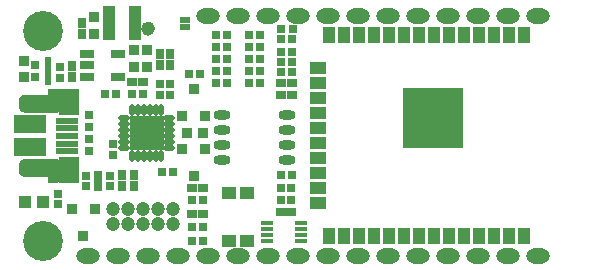
<source format=gts>
G04 Layer_Color=8388736*
%FSLAX24Y24*%
%MOIN*%
G70*
G01*
G75*
%ADD38C,0.0240*%
%ADD60R,0.0277X0.0316*%
%ADD61R,0.0395X0.0178*%
%ADD62R,0.0336X0.0208*%
%ADD63R,0.0395X0.0395*%
%ADD64R,0.0237X0.0454*%
%ADD65R,0.0769X0.0237*%
%ADD66R,0.1064X0.0641*%
%ADD67R,0.0395X0.1143*%
%ADD68C,0.0159*%
%ADD69R,0.0474X0.0434*%
%ADD70R,0.0493X0.0316*%
%ADD71R,0.2049X0.2049*%
%ADD72R,0.0552X0.0434*%
%ADD73R,0.0434X0.0552*%
%ADD74R,0.0380X0.0380*%
%ADD75R,0.0293X0.0332*%
%ADD76R,0.0356X0.0356*%
%ADD77O,0.0572X0.0316*%
%ADD78O,0.0395X0.0178*%
%ADD79O,0.0178X0.0395*%
%ADD80R,0.1135X0.1135*%
%ADD81R,0.0297X0.0297*%
%ADD82R,0.0332X0.0293*%
%ADD83R,0.0380X0.0380*%
%ADD84R,0.0316X0.0277*%
%ADD85R,0.0297X0.0297*%
%ADD86R,0.0655X0.0867*%
%ADD87O,0.0789X0.0513*%
%ADD88C,0.0474*%
%ADD89O,0.0749X0.0552*%
%ADD90O,0.0631X0.0474*%
%ADD91C,0.0013*%
%ADD92C,0.1330*%
G36*
X1485Y-777D02*
X1490Y-778D01*
X1495Y-780D01*
X1500Y-782D01*
X1504Y-785D01*
X1508Y-789D01*
X1512Y-793D01*
X1515Y-797D01*
X1517Y-802D01*
X1519Y-807D01*
X1520Y-812D01*
X1520Y-817D01*
Y-1535D01*
X1520Y-1541D01*
X1519Y-1546D01*
X1517Y-1551D01*
X1515Y-1555D01*
X1512Y-1560D01*
X1508Y-1564D01*
X1504Y-1567D01*
X1500Y-1570D01*
X1495Y-1572D01*
X1490Y-1574D01*
X1485Y-1575D01*
X1480Y-1576D01*
X1204D01*
X1199Y-1575D01*
X1194Y-1574D01*
X1189Y-1572D01*
X1184Y-1570D01*
X1180Y-1567D01*
X1176Y-1564D01*
X1172Y-1560D01*
X1170Y-1555D01*
X1167Y-1551D01*
X1166Y-1546D01*
X1165Y-1541D01*
X1164Y-1535D01*
Y-1369D01*
X397D01*
X396Y-1369D01*
X395Y-1369D01*
X380Y-1368D01*
X379Y-1368D01*
X378Y-1368D01*
X363Y-1366D01*
X362Y-1366D01*
X362Y-1366D01*
X360Y-1366D01*
X357Y-1365D01*
X357Y-1365D01*
X357Y-1365D01*
X350Y-1364D01*
X349Y-1363D01*
X348Y-1363D01*
X341Y-1361D01*
X341Y-1361D01*
X327Y-1356D01*
X326Y-1356D01*
X325Y-1356D01*
X324Y-1355D01*
X322Y-1355D01*
X321Y-1354D01*
X321Y-1354D01*
X306Y-1346D01*
X304Y-1346D01*
X303Y-1345D01*
X289Y-1337D01*
X287Y-1336D01*
X286Y-1334D01*
X273Y-1325D01*
X272Y-1324D01*
X271Y-1323D01*
X259Y-1313D01*
X259Y-1313D01*
X259Y-1313D01*
X257Y-1311D01*
X255Y-1309D01*
X255Y-1309D01*
X255Y-1309D01*
X245Y-1297D01*
X244Y-1296D01*
X243Y-1295D01*
X233Y-1282D01*
X233Y-1282D01*
X233Y-1281D01*
X231Y-1279D01*
X230Y-1277D01*
X230Y-1277D01*
X230Y-1277D01*
X222Y-1263D01*
X222Y-1262D01*
X221Y-1261D01*
X214Y-1246D01*
X214Y-1246D01*
X214Y-1246D01*
X213Y-1244D01*
X212Y-1241D01*
X212Y-1241D01*
X212Y-1241D01*
X207Y-1225D01*
X206Y-1222D01*
X205Y-1220D01*
X203Y-1208D01*
X203Y-1207D01*
X203Y-1206D01*
X201Y-1191D01*
X201Y-1190D01*
X200Y-1188D01*
X200Y-1173D01*
X200Y-1172D01*
X200Y-1171D01*
Y-974D01*
X200Y-973D01*
X200Y-973D01*
X200Y-956D01*
X201Y-953D01*
X201Y-951D01*
X203Y-935D01*
X204Y-933D01*
X204Y-931D01*
X208Y-915D01*
X209Y-913D01*
X210Y-911D01*
X216Y-896D01*
X217Y-894D01*
X218Y-891D01*
X224Y-879D01*
X225Y-878D01*
X225Y-878D01*
X232Y-865D01*
X234Y-863D01*
X235Y-861D01*
X244Y-849D01*
X245Y-848D01*
X245Y-848D01*
X246Y-846D01*
X248Y-845D01*
X248Y-844D01*
X248Y-844D01*
X259Y-834D01*
X259Y-833D01*
X260Y-833D01*
X271Y-823D01*
X271Y-823D01*
X271Y-822D01*
X273Y-821D01*
X275Y-819D01*
X275Y-819D01*
X275Y-819D01*
X287Y-811D01*
X288Y-810D01*
X288Y-810D01*
X302Y-801D01*
X302Y-801D01*
X303Y-801D01*
X305Y-800D01*
X307Y-799D01*
X307Y-799D01*
X307Y-798D01*
X321Y-792D01*
X323Y-792D01*
X324Y-791D01*
X336Y-786D01*
X338Y-786D01*
X339Y-786D01*
X346Y-784D01*
X347Y-783D01*
X348Y-783D01*
X355Y-781D01*
X355Y-781D01*
X356Y-781D01*
X364Y-780D01*
X364Y-780D01*
X364Y-780D01*
X372Y-778D01*
X373Y-778D01*
X373Y-778D01*
X375Y-778D01*
X378Y-777D01*
X378Y-777D01*
X378Y-777D01*
X387Y-777D01*
X388Y-777D01*
X388Y-777D01*
X1480D01*
X1485Y-777D01*
D02*
G37*
G36*
X1485Y1575D02*
X1490Y1574D01*
X1495Y1572D01*
X1500Y1570D01*
X1504Y1567D01*
X1508Y1564D01*
X1512Y1560D01*
X1515Y1555D01*
X1517Y1551D01*
X1519Y1546D01*
X1520Y1541D01*
X1520Y1535D01*
Y817D01*
X1520Y812D01*
X1519Y807D01*
X1517Y802D01*
X1515Y797D01*
X1512Y793D01*
X1508Y789D01*
X1504Y785D01*
X1500Y782D01*
X1495Y780D01*
X1490Y778D01*
X1485Y777D01*
X1480Y777D01*
X388D01*
X388Y777D01*
X387Y777D01*
X378Y777D01*
X378Y777D01*
X378Y777D01*
X375Y778D01*
X373Y778D01*
X373Y778D01*
X372Y778D01*
X364Y780D01*
X364Y780D01*
X364Y780D01*
X356Y781D01*
X355Y781D01*
X355Y781D01*
X348Y783D01*
X347Y783D01*
X346Y784D01*
X339Y786D01*
X338Y786D01*
X336Y786D01*
X324Y791D01*
X323Y792D01*
X321Y792D01*
X307Y798D01*
X307Y799D01*
X307Y799D01*
X305Y800D01*
X303Y801D01*
X302Y801D01*
X302Y801D01*
X288Y810D01*
X288Y810D01*
X287Y811D01*
X275Y819D01*
X275Y819D01*
X275Y819D01*
X273Y821D01*
X271Y822D01*
X271Y823D01*
X271Y823D01*
X260Y833D01*
X259Y833D01*
X259Y834D01*
X248Y844D01*
X248Y844D01*
X248Y845D01*
X246Y846D01*
X245Y848D01*
X245Y848D01*
X244Y849D01*
X235Y861D01*
X234Y863D01*
X232Y865D01*
X225Y878D01*
X225Y878D01*
X224Y879D01*
X218Y891D01*
X217Y894D01*
X216Y896D01*
X210Y911D01*
X209Y913D01*
X208Y915D01*
X204Y931D01*
X204Y933D01*
X203Y935D01*
X201Y951D01*
X201Y953D01*
X200Y956D01*
X200Y973D01*
X200Y973D01*
X200Y974D01*
Y1171D01*
X200Y1172D01*
X200Y1173D01*
X200Y1188D01*
X201Y1190D01*
X201Y1191D01*
X203Y1206D01*
X203Y1207D01*
X203Y1208D01*
X205Y1220D01*
X206Y1222D01*
X207Y1225D01*
X212Y1241D01*
X212Y1241D01*
X212Y1241D01*
X213Y1244D01*
X214Y1246D01*
X214Y1246D01*
X214Y1246D01*
X221Y1261D01*
X222Y1262D01*
X222Y1263D01*
X230Y1277D01*
X230Y1277D01*
X230Y1277D01*
X231Y1279D01*
X233Y1281D01*
X233Y1282D01*
X233Y1282D01*
X243Y1295D01*
X244Y1296D01*
X245Y1297D01*
X255Y1309D01*
X255Y1309D01*
X255Y1309D01*
X257Y1311D01*
X259Y1313D01*
X259Y1313D01*
X259Y1313D01*
X271Y1323D01*
X272Y1324D01*
X273Y1325D01*
X286Y1334D01*
X287Y1336D01*
X289Y1337D01*
X303Y1345D01*
X304Y1346D01*
X306Y1346D01*
X321Y1354D01*
X321Y1354D01*
X322Y1355D01*
X324Y1355D01*
X325Y1356D01*
X326Y1356D01*
X327Y1356D01*
X341Y1361D01*
X341Y1361D01*
X348Y1363D01*
X349Y1363D01*
X350Y1364D01*
X357Y1365D01*
X357Y1365D01*
X357Y1365D01*
X360Y1366D01*
X362Y1366D01*
X362Y1366D01*
X363Y1366D01*
X378Y1368D01*
X379Y1368D01*
X380Y1368D01*
X395Y1369D01*
X396Y1369D01*
X397Y1369D01*
X1164D01*
Y1535D01*
X1165Y1541D01*
X1166Y1546D01*
X1167Y1551D01*
X1170Y1555D01*
X1172Y1560D01*
X1176Y1564D01*
X1180Y1567D01*
X1184Y1570D01*
X1189Y1572D01*
X1194Y1574D01*
X1199Y1575D01*
X1204Y1576D01*
X1480D01*
X1485Y1575D01*
D02*
G37*
D38*
X4611Y3584D02*
G03*
X4611Y3584I-110J0D01*
G01*
Y3562D02*
G03*
X4611Y3562I-110J0D01*
G01*
D60*
X9330Y3570D02*
D03*
X8936D02*
D03*
X7852Y2950D02*
D03*
X8246D02*
D03*
X5956Y-3050D02*
D03*
X6350D02*
D03*
X7852Y2150D02*
D03*
X8246D02*
D03*
X5956Y-3500D02*
D03*
X6350D02*
D03*
X8246Y3350D02*
D03*
X7852D02*
D03*
Y1750D02*
D03*
X8246D02*
D03*
Y2550D02*
D03*
X7852D02*
D03*
D61*
X8483Y-2905D02*
D03*
Y-3102D02*
D03*
Y-3298D02*
D03*
Y-3495D02*
D03*
X9617Y-2905D02*
D03*
Y-3102D02*
D03*
Y-3298D02*
D03*
Y-3495D02*
D03*
D62*
X5750Y3878D02*
D03*
Y3622D02*
D03*
D63*
X400Y-2200D02*
D03*
X991D02*
D03*
D64*
X1180Y1916D02*
D03*
Y2388D02*
D03*
D65*
X1785Y0D02*
D03*
Y256D02*
D03*
Y512D02*
D03*
Y-256D02*
D03*
Y-512D02*
D03*
D66*
X574Y379D02*
D03*
Y-379D02*
D03*
D67*
X4056Y3750D02*
D03*
X3190D02*
D03*
D68*
X4501Y3706D02*
D03*
Y3440D02*
D03*
D69*
X7185Y-1893D02*
D03*
X7815D02*
D03*
X7185Y-3507D02*
D03*
X7815D02*
D03*
D70*
X3500Y2724D02*
D03*
Y1976D02*
D03*
X2457D02*
D03*
Y2350D02*
D03*
Y2724D02*
D03*
D71*
X14015Y591D02*
D03*
D72*
X10153Y-2250D02*
D03*
Y-1750D02*
D03*
Y-1250D02*
D03*
Y-750D02*
D03*
Y-250D02*
D03*
Y250D02*
D03*
Y750D02*
D03*
Y1250D02*
D03*
Y1750D02*
D03*
Y2250D02*
D03*
D73*
X17046Y-3346D02*
D03*
X16546D02*
D03*
X16046D02*
D03*
X15546D02*
D03*
X15046D02*
D03*
X14546D02*
D03*
X14046D02*
D03*
X13546D02*
D03*
X13046D02*
D03*
X12546D02*
D03*
X12046D02*
D03*
X11546D02*
D03*
X11046D02*
D03*
X10546D02*
D03*
Y3346D02*
D03*
X11046D02*
D03*
X11546D02*
D03*
X12046D02*
D03*
X12546D02*
D03*
X13046D02*
D03*
X13546D02*
D03*
X14046D02*
D03*
X14546D02*
D03*
X15046D02*
D03*
X15546D02*
D03*
X16046D02*
D03*
X16546D02*
D03*
X17046D02*
D03*
D74*
X5800Y100D02*
D03*
X6350D02*
D03*
D75*
X3650Y-1681D02*
D03*
Y-1319D02*
D03*
X2300Y3758D02*
D03*
Y3396D02*
D03*
X1978Y2338D02*
D03*
Y1976D02*
D03*
X4900Y2369D02*
D03*
Y2731D02*
D03*
X2850Y-1685D02*
D03*
Y-1323D02*
D03*
X4050Y-1681D02*
D03*
Y-1319D02*
D03*
X5250Y2369D02*
D03*
Y2731D02*
D03*
D76*
X5650Y650D02*
D03*
X6400D02*
D03*
X6030Y1550D02*
D03*
X6020Y-1350D02*
D03*
X5650Y-450D02*
D03*
X6400D02*
D03*
X2730Y-2450D02*
D03*
X1980D02*
D03*
X2350Y-3350D02*
D03*
D77*
X9123Y-800D02*
D03*
Y-300D02*
D03*
Y200D02*
D03*
Y700D02*
D03*
X6977Y-800D02*
D03*
Y-300D02*
D03*
Y200D02*
D03*
Y700D02*
D03*
D78*
X3700Y591D02*
D03*
Y394D02*
D03*
Y197D02*
D03*
Y0D02*
D03*
Y-197D02*
D03*
Y-394D02*
D03*
X5216D02*
D03*
Y-197D02*
D03*
Y0D02*
D03*
Y197D02*
D03*
Y394D02*
D03*
Y591D02*
D03*
D79*
X3966Y-659D02*
D03*
X4163D02*
D03*
X4359D02*
D03*
X4556D02*
D03*
X4753D02*
D03*
X4950D02*
D03*
Y856D02*
D03*
X4753D02*
D03*
X4556D02*
D03*
X4359D02*
D03*
X4163D02*
D03*
X3966D02*
D03*
D80*
X4458Y98D02*
D03*
D81*
X6227Y2050D02*
D03*
X5873D02*
D03*
X8923Y-1750D02*
D03*
X9277D02*
D03*
X9277Y-2150D02*
D03*
X8923D02*
D03*
X7127Y2550D02*
D03*
X6773D02*
D03*
X7127Y3350D02*
D03*
X6773D02*
D03*
X4333Y1400D02*
D03*
X3978D02*
D03*
X3433D02*
D03*
X3078D02*
D03*
X5973Y-2150D02*
D03*
X6327D02*
D03*
X6773Y2950D02*
D03*
X7127D02*
D03*
X6773Y2150D02*
D03*
X7127D02*
D03*
X9297Y2120D02*
D03*
X8943D02*
D03*
X9297Y2810D02*
D03*
X8943D02*
D03*
X9297Y3220D02*
D03*
X8943D02*
D03*
X9297Y2470D02*
D03*
X8943D02*
D03*
X6773Y1750D02*
D03*
X7127D02*
D03*
X5327Y-1193D02*
D03*
X4973D02*
D03*
X9300Y-1288D02*
D03*
X8946D02*
D03*
D82*
X8919Y-2550D02*
D03*
X9281D02*
D03*
X6331Y-2600D02*
D03*
X5969D02*
D03*
X3978Y1800D02*
D03*
X4341D02*
D03*
X5969Y-1750D02*
D03*
X6331D02*
D03*
X9301Y1750D02*
D03*
X8939D02*
D03*
X9301Y1350D02*
D03*
X8939D02*
D03*
D83*
X4478Y2850D02*
D03*
Y2300D02*
D03*
X2704Y3396D02*
D03*
Y3946D02*
D03*
X353Y1960D02*
D03*
Y2510D02*
D03*
X4024Y2850D02*
D03*
Y2300D02*
D03*
D84*
X2550Y300D02*
D03*
Y694D02*
D03*
Y-494D02*
D03*
Y-100D02*
D03*
X750Y2355D02*
D03*
Y1961D02*
D03*
D85*
X1578Y1926D02*
D03*
Y2280D02*
D03*
X3350Y-627D02*
D03*
Y-273D02*
D03*
X2450Y-1327D02*
D03*
Y-1681D02*
D03*
X1500Y-1923D02*
D03*
Y-2277D02*
D03*
X4900Y1373D02*
D03*
Y1727D02*
D03*
X5250Y1373D02*
D03*
Y1727D02*
D03*
X3250Y-1327D02*
D03*
Y-1681D02*
D03*
D86*
X1866Y-1142D02*
D03*
Y1142D02*
D03*
D87*
X6500Y4000D02*
D03*
X7500D02*
D03*
X8500D02*
D03*
X9500D02*
D03*
X10500D02*
D03*
X11500D02*
D03*
X12500D02*
D03*
X13500D02*
D03*
X14500D02*
D03*
X15500D02*
D03*
X16500D02*
D03*
X17500D02*
D03*
X2500Y-4000D02*
D03*
X3500D02*
D03*
X4500D02*
D03*
X5500D02*
D03*
X6500D02*
D03*
X7500D02*
D03*
X8500D02*
D03*
X9500D02*
D03*
X10500D02*
D03*
X11500D02*
D03*
X12500D02*
D03*
X13500D02*
D03*
X14500D02*
D03*
X15500D02*
D03*
X16500D02*
D03*
X17500D02*
D03*
D88*
X5350Y-2450D02*
D03*
Y-2950D02*
D03*
X4850Y-2450D02*
D03*
Y-2950D02*
D03*
X4350Y-2450D02*
D03*
Y-2950D02*
D03*
X3850Y-2450D02*
D03*
Y-2950D02*
D03*
X3350Y-2450D02*
D03*
Y-2950D02*
D03*
D89*
X673Y-1073D02*
D03*
Y1073D02*
D03*
D90*
X1866Y-955D02*
D03*
Y955D02*
D03*
D91*
X19000Y-3750D02*
D03*
Y3750D02*
D03*
D92*
X1000Y3500D02*
D03*
Y-3500D02*
D03*
M02*

</source>
